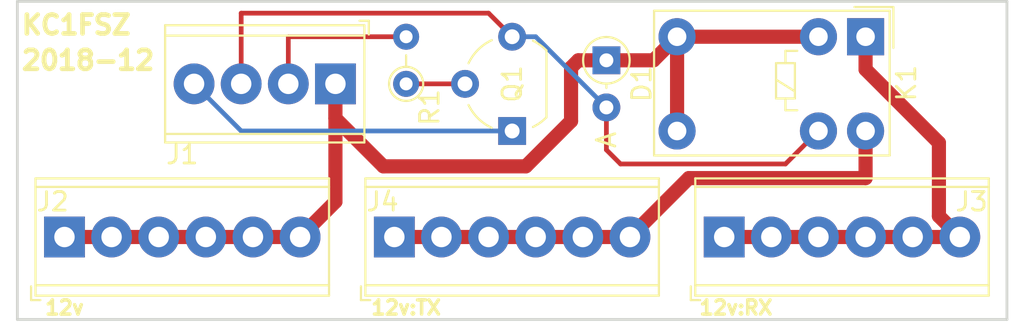
<source format=kicad_pcb>
(kicad_pcb (version 20171130) (host pcbnew "(5.0.1-3-g963ef8bb5)")

  (general
    (thickness 1.6)
    (drawings 9)
    (tracks 49)
    (zones 0)
    (modules 10)
    (nets 8)
  )

  (page A4)
  (layers
    (0 F.Cu signal)
    (31 B.Cu signal)
    (32 B.Adhes user)
    (33 F.Adhes user)
    (34 B.Paste user)
    (35 F.Paste user)
    (36 B.SilkS user)
    (37 F.SilkS user)
    (38 B.Mask user)
    (39 F.Mask user)
    (40 Dwgs.User user)
    (41 Cmts.User user)
    (42 Eco1.User user)
    (43 Eco2.User user)
    (44 Edge.Cuts user)
    (45 Margin user)
    (46 B.CrtYd user)
    (47 F.CrtYd user)
    (48 B.Fab user)
    (49 F.Fab user)
  )

  (setup
    (last_trace_width 0.254)
    (trace_clearance 0.254)
    (zone_clearance 0.508)
    (zone_45_only no)
    (trace_min 0.2)
    (segment_width 0.2)
    (edge_width 0.15)
    (via_size 0.6858)
    (via_drill 0.3302)
    (via_min_size 0.4)
    (via_min_drill 0.3)
    (uvia_size 0.3)
    (uvia_drill 0.1)
    (uvias_allowed no)
    (uvia_min_size 0.2)
    (uvia_min_drill 0.1)
    (pcb_text_width 0.3)
    (pcb_text_size 1.5 1.5)
    (mod_edge_width 0.15)
    (mod_text_size 1 1)
    (mod_text_width 0.15)
    (pad_size 2.2 2.2)
    (pad_drill 1.1)
    (pad_to_mask_clearance 0.2)
    (solder_mask_min_width 0.25)
    (aux_axis_origin 0 0)
    (visible_elements FFFFFF7F)
    (pcbplotparams
      (layerselection 0x00030_80000001)
      (usegerberextensions false)
      (usegerberattributes false)
      (usegerberadvancedattributes false)
      (creategerberjobfile false)
      (excludeedgelayer true)
      (linewidth 0.100000)
      (plotframeref false)
      (viasonmask false)
      (mode 1)
      (useauxorigin false)
      (hpglpennumber 1)
      (hpglpenspeed 20)
      (hpglpendiameter 15.000000)
      (psnegative false)
      (psa4output false)
      (plotreference true)
      (plotvalue true)
      (plotinvisibletext false)
      (padsonsilk false)
      (subtractmaskfromsilk false)
      (outputformat 1)
      (mirror false)
      (drillshape 1)
      (scaleselection 1)
      (outputdirectory ""))
  )

  (net 0 "")
  (net 1 V12)
  (net 2 GND)
  (net 3 "Net-(Q1-Pad2)")
  (net 4 /V12_RX)
  (net 5 /V12_TX)
  (net 6 PTT_A)
  (net 7 PTT_D)

  (net_class Default "This is the default net class."
    (clearance 0.254)
    (trace_width 0.254)
    (via_dia 0.6858)
    (via_drill 0.3302)
    (uvia_dia 0.3)
    (uvia_drill 0.1)
    (add_net GND)
    (add_net "Net-(Q1-Pad2)")
    (add_net PTT_A)
    (add_net PTT_D)
  )

  (net_class Wide ""
    (clearance 0.254)
    (trace_width 0.762)
    (via_dia 1.016)
    (via_drill 0.508)
    (uvia_dia 0.3)
    (uvia_drill 0.1)
    (add_net /V12_RX)
    (add_net /V12_TX)
    (add_net V12)
  )

  (module Diode_THT:D_DO-34_SOD68_P2.54mm_Vertical_AnodeUp (layer F.Cu) (tedit 5AE50CD5) (tstamp 5C3C5892)
    (at 172.72 107.95 270)
    (descr "Diode, DO-34_SOD68 series, Axial, Vertical, pin pitch=2.54mm, , length*diameter=3.04*1.6mm^2, , https://www.nxp.com/docs/en/data-sheet/KTY83_SER.pdf")
    (tags "Diode DO-34_SOD68 series Axial Vertical pin pitch 2.54mm  length 3.04mm diameter 1.6mm")
    (path /5C22D4E3)
    (fp_text reference D1 (at 1.27 -1.905 270) (layer F.SilkS)
      (effects (font (size 1 1) (thickness 0.15)))
    )
    (fp_text value D (at 1.27 3.14466 270) (layer F.Fab)
      (effects (font (size 1 1) (thickness 0.15)))
    )
    (fp_circle (center 0 0) (end 0.8 0) (layer F.Fab) (width 0.1))
    (fp_circle (center 0 0) (end 1.25566 0) (layer F.SilkS) (width 0.12))
    (fp_line (start 0 0) (end 2.54 0) (layer F.Fab) (width 0.1))
    (fp_line (start 1.25566 0) (end 1.49 0) (layer F.SilkS) (width 0.12))
    (fp_line (start -1.05 -1.05) (end -1.05 1.05) (layer F.CrtYd) (width 0.05))
    (fp_line (start -1.05 1.05) (end 3.54 1.05) (layer F.CrtYd) (width 0.05))
    (fp_line (start 3.54 1.05) (end 3.54 -1.05) (layer F.CrtYd) (width 0.05))
    (fp_line (start 3.54 -1.05) (end -1.05 -1.05) (layer F.CrtYd) (width 0.05))
    (fp_text user %R (at 1.27 -2.25566 270) (layer F.Fab)
      (effects (font (size 1 1) (thickness 0.15)))
    )
    (fp_text user A (at 4.29 0 270) (layer F.Fab)
      (effects (font (size 1 1) (thickness 0.15)))
    )
    (fp_text user A (at 4.29 0 270) (layer F.SilkS)
      (effects (font (size 1 1) (thickness 0.15)))
    )
    (pad 1 thru_hole rect (at 0 0 270) (size 1.5 1.5) (drill 0.75) (layers *.Cu *.Mask)
      (net 1 V12))
    (pad 2 thru_hole oval (at 2.54 0 270) (size 1.5 1.5) (drill 0.75) (layers *.Cu *.Mask)
      (net 6 PTT_A))
    (model ${KISYS3DMOD}/Diode_THT.3dshapes/D_DO-34_SOD68_P2.54mm_Vertical_AnodeUp.wrl
      (at (xyz 0 0 0))
      (scale (xyz 1 1 1))
      (rotate (xyz 0 0 0))
    )
  )

  (module TerminalBlock_Phoenix:TerminalBlock_Phoenix_MPT-0,5-6-2.54_1x06_P2.54mm_Horizontal (layer F.Cu) (tedit 5C239D10) (tstamp 5C3C58CE)
    (at 143.51 117.475)
    (descr "Terminal Block Phoenix MPT-0,5-6-2.54, 6 pins, pitch 2.54mm, size 15.7x6.2mm^2, drill diamater 1.1mm, pad diameter 2.2mm, see http://www.mouser.com/ds/2/324/ItemDetail_1725672-916605.pdf, script-generated using https://github.com/pointhi/kicad-footprint-generator/scripts/TerminalBlock_Phoenix")
    (tags "THT Terminal Block Phoenix MPT-0,5-6-2.54 pitch 2.54mm size 15.7x6.2mm^2 drill 1.1mm pad 2.2mm")
    (path /5C2471DA)
    (fp_text reference J2 (at -0.635 -1.905) (layer F.SilkS)
      (effects (font (size 1 1) (thickness 0.15)))
    )
    (fp_text value V12 (at 6.35 4.16) (layer F.Fab) hide
      (effects (font (size 1 1) (thickness 0.15)))
    )
    (fp_circle (center 0 0) (end 1.1 0) (layer F.Fab) (width 0.1))
    (fp_circle (center 2.54 0) (end 3.64 0) (layer F.Fab) (width 0.1))
    (fp_circle (center 5.08 0) (end 6.18 0) (layer F.Fab) (width 0.1))
    (fp_circle (center 7.62 0) (end 8.72 0) (layer F.Fab) (width 0.1))
    (fp_circle (center 10.16 0) (end 11.26 0) (layer F.Fab) (width 0.1))
    (fp_circle (center 12.7 0) (end 13.8 0) (layer F.Fab) (width 0.1))
    (fp_line (start -1.5 -3.1) (end 14.2 -3.1) (layer F.Fab) (width 0.1))
    (fp_line (start 14.2 -3.1) (end 14.2 3.1) (layer F.Fab) (width 0.1))
    (fp_line (start 14.2 3.1) (end -1 3.1) (layer F.Fab) (width 0.1))
    (fp_line (start -1 3.1) (end -1.5 2.6) (layer F.Fab) (width 0.1))
    (fp_line (start -1.5 2.6) (end -1.5 -3.1) (layer F.Fab) (width 0.1))
    (fp_line (start -1.5 2.6) (end 14.2 2.6) (layer F.Fab) (width 0.1))
    (fp_line (start -1.56 2.6) (end 14.26 2.6) (layer F.SilkS) (width 0.12))
    (fp_line (start -1.5 -2.7) (end 14.2 -2.7) (layer F.Fab) (width 0.1))
    (fp_line (start -1.56 -2.7) (end 14.26 -2.7) (layer F.SilkS) (width 0.12))
    (fp_line (start -1.56 -3.16) (end 14.26 -3.16) (layer F.SilkS) (width 0.12))
    (fp_line (start -1.56 3.16) (end 14.26 3.16) (layer F.SilkS) (width 0.12))
    (fp_line (start -1.56 -3.16) (end -1.56 3.16) (layer F.SilkS) (width 0.12))
    (fp_line (start 14.26 -3.16) (end 14.26 3.16) (layer F.SilkS) (width 0.12))
    (fp_line (start 0.835 -0.7) (end -0.701 0.835) (layer F.Fab) (width 0.1))
    (fp_line (start 0.701 -0.835) (end -0.835 0.7) (layer F.Fab) (width 0.1))
    (fp_line (start 3.375 -0.7) (end 1.84 0.835) (layer F.Fab) (width 0.1))
    (fp_line (start 3.241 -0.835) (end 1.706 0.7) (layer F.Fab) (width 0.1))
    (fp_line (start 5.915 -0.7) (end 4.38 0.835) (layer F.Fab) (width 0.1))
    (fp_line (start 5.781 -0.835) (end 4.246 0.7) (layer F.Fab) (width 0.1))
    (fp_line (start 8.455 -0.7) (end 6.92 0.835) (layer F.Fab) (width 0.1))
    (fp_line (start 8.321 -0.835) (end 6.786 0.7) (layer F.Fab) (width 0.1))
    (fp_line (start 10.995 -0.7) (end 9.46 0.835) (layer F.Fab) (width 0.1))
    (fp_line (start 10.861 -0.835) (end 9.326 0.7) (layer F.Fab) (width 0.1))
    (fp_line (start 13.535 -0.7) (end 12 0.835) (layer F.Fab) (width 0.1))
    (fp_line (start 13.401 -0.835) (end 11.866 0.7) (layer F.Fab) (width 0.1))
    (fp_line (start -1.8 2.66) (end -1.8 3.4) (layer F.SilkS) (width 0.12))
    (fp_line (start -1.8 3.4) (end -1.3 3.4) (layer F.SilkS) (width 0.12))
    (fp_line (start -2 -3.6) (end -2 3.6) (layer F.CrtYd) (width 0.05))
    (fp_line (start -2 3.6) (end 14.7 3.6) (layer F.CrtYd) (width 0.05))
    (fp_line (start 14.7 3.6) (end 14.7 -3.6) (layer F.CrtYd) (width 0.05))
    (fp_line (start 14.7 -3.6) (end -2 -3.6) (layer F.CrtYd) (width 0.05))
    (fp_text user %R (at 6.35 2) (layer F.Fab) hide
      (effects (font (size 1 1) (thickness 0.15)))
    )
    (pad 1 thru_hole rect (at 0 0) (size 2.2 2.2) (drill 1.1) (layers *.Cu *.Mask)
      (net 1 V12))
    (pad 2 thru_hole circle (at 2.54 0) (size 2.2 2.2) (drill 1.1) (layers *.Cu *.Mask)
      (net 1 V12))
    (pad 3 thru_hole circle (at 5.08 0) (size 2.2 2.2) (drill 1.1) (layers *.Cu *.Mask)
      (net 1 V12))
    (pad 4 thru_hole circle (at 7.62 0) (size 2.2 2.2) (drill 1.1) (layers *.Cu *.Mask)
      (net 1 V12))
    (pad 5 thru_hole circle (at 10.16 0) (size 2.2 2.2) (drill 1.1) (layers *.Cu *.Mask)
      (net 1 V12))
    (pad 6 thru_hole circle (at 12.7 0) (size 2.2 2.2) (drill 1.1) (layers *.Cu *.Mask)
      (net 1 V12))
    (model ${KISYS3DMOD}/TerminalBlock_Phoenix.3dshapes/TerminalBlock_Phoenix_MPT-0,5-6-2.54_1x06_P2.54mm_Horizontal.wrl
      (at (xyz 0 0 0))
      (scale (xyz 1 1 1))
      (rotate (xyz 0 0 0))
    )
  )

  (module TerminalBlock_Phoenix:TerminalBlock_Phoenix_MPT-0,5-6-2.54_1x06_P2.54mm_Horizontal (layer F.Cu) (tedit 5C239D09) (tstamp 5C3C58FD)
    (at 179.07 117.475)
    (descr "Terminal Block Phoenix MPT-0,5-6-2.54, 6 pins, pitch 2.54mm, size 15.7x6.2mm^2, drill diamater 1.1mm, pad diameter 2.2mm, see http://www.mouser.com/ds/2/324/ItemDetail_1725672-916605.pdf, script-generated using https://github.com/pointhi/kicad-footprint-generator/scripts/TerminalBlock_Phoenix")
    (tags "THT Terminal Block Phoenix MPT-0,5-6-2.54 pitch 2.54mm size 15.7x6.2mm^2 drill 1.1mm pad 2.2mm")
    (path /5C2472BA)
    (fp_text reference J3 (at 13.335 -1.905) (layer F.SilkS)
      (effects (font (size 1 1) (thickness 0.15)))
    )
    (fp_text value V12_RX (at 6.35 4.16) (layer F.Fab) hide
      (effects (font (size 1 1) (thickness 0.15)))
    )
    (fp_text user %R (at 6.35 2) (layer F.Fab) hide
      (effects (font (size 1 1) (thickness 0.15)))
    )
    (fp_line (start 14.7 -3.6) (end -2 -3.6) (layer F.CrtYd) (width 0.05))
    (fp_line (start 14.7 3.6) (end 14.7 -3.6) (layer F.CrtYd) (width 0.05))
    (fp_line (start -2 3.6) (end 14.7 3.6) (layer F.CrtYd) (width 0.05))
    (fp_line (start -2 -3.6) (end -2 3.6) (layer F.CrtYd) (width 0.05))
    (fp_line (start -1.8 3.4) (end -1.3 3.4) (layer F.SilkS) (width 0.12))
    (fp_line (start -1.8 2.66) (end -1.8 3.4) (layer F.SilkS) (width 0.12))
    (fp_line (start 13.401 -0.835) (end 11.866 0.7) (layer F.Fab) (width 0.1))
    (fp_line (start 13.535 -0.7) (end 12 0.835) (layer F.Fab) (width 0.1))
    (fp_line (start 10.861 -0.835) (end 9.326 0.7) (layer F.Fab) (width 0.1))
    (fp_line (start 10.995 -0.7) (end 9.46 0.835) (layer F.Fab) (width 0.1))
    (fp_line (start 8.321 -0.835) (end 6.786 0.7) (layer F.Fab) (width 0.1))
    (fp_line (start 8.455 -0.7) (end 6.92 0.835) (layer F.Fab) (width 0.1))
    (fp_line (start 5.781 -0.835) (end 4.246 0.7) (layer F.Fab) (width 0.1))
    (fp_line (start 5.915 -0.7) (end 4.38 0.835) (layer F.Fab) (width 0.1))
    (fp_line (start 3.241 -0.835) (end 1.706 0.7) (layer F.Fab) (width 0.1))
    (fp_line (start 3.375 -0.7) (end 1.84 0.835) (layer F.Fab) (width 0.1))
    (fp_line (start 0.701 -0.835) (end -0.835 0.7) (layer F.Fab) (width 0.1))
    (fp_line (start 0.835 -0.7) (end -0.701 0.835) (layer F.Fab) (width 0.1))
    (fp_line (start 14.26 -3.16) (end 14.26 3.16) (layer F.SilkS) (width 0.12))
    (fp_line (start -1.56 -3.16) (end -1.56 3.16) (layer F.SilkS) (width 0.12))
    (fp_line (start -1.56 3.16) (end 14.26 3.16) (layer F.SilkS) (width 0.12))
    (fp_line (start -1.56 -3.16) (end 14.26 -3.16) (layer F.SilkS) (width 0.12))
    (fp_line (start -1.56 -2.7) (end 14.26 -2.7) (layer F.SilkS) (width 0.12))
    (fp_line (start -1.5 -2.7) (end 14.2 -2.7) (layer F.Fab) (width 0.1))
    (fp_line (start -1.56 2.6) (end 14.26 2.6) (layer F.SilkS) (width 0.12))
    (fp_line (start -1.5 2.6) (end 14.2 2.6) (layer F.Fab) (width 0.1))
    (fp_line (start -1.5 2.6) (end -1.5 -3.1) (layer F.Fab) (width 0.1))
    (fp_line (start -1 3.1) (end -1.5 2.6) (layer F.Fab) (width 0.1))
    (fp_line (start 14.2 3.1) (end -1 3.1) (layer F.Fab) (width 0.1))
    (fp_line (start 14.2 -3.1) (end 14.2 3.1) (layer F.Fab) (width 0.1))
    (fp_line (start -1.5 -3.1) (end 14.2 -3.1) (layer F.Fab) (width 0.1))
    (fp_circle (center 12.7 0) (end 13.8 0) (layer F.Fab) (width 0.1))
    (fp_circle (center 10.16 0) (end 11.26 0) (layer F.Fab) (width 0.1))
    (fp_circle (center 7.62 0) (end 8.72 0) (layer F.Fab) (width 0.1))
    (fp_circle (center 5.08 0) (end 6.18 0) (layer F.Fab) (width 0.1))
    (fp_circle (center 2.54 0) (end 3.64 0) (layer F.Fab) (width 0.1))
    (fp_circle (center 0 0) (end 1.1 0) (layer F.Fab) (width 0.1))
    (pad 6 thru_hole circle (at 12.7 0) (size 2.2 2.2) (drill 1.1) (layers *.Cu *.Mask)
      (net 4 /V12_RX))
    (pad 5 thru_hole circle (at 10.16 0) (size 2.2 2.2) (drill 1.1) (layers *.Cu *.Mask)
      (net 4 /V12_RX))
    (pad 4 thru_hole circle (at 7.62 0) (size 2.2 2.2) (drill 1.1) (layers *.Cu *.Mask)
      (net 4 /V12_RX))
    (pad 3 thru_hole circle (at 5.08 0) (size 2.2 2.2) (drill 1.1) (layers *.Cu *.Mask)
      (net 4 /V12_RX))
    (pad 2 thru_hole circle (at 2.54 0) (size 2.2 2.2) (drill 1.1) (layers *.Cu *.Mask)
      (net 4 /V12_RX))
    (pad 1 thru_hole rect (at 0 0) (size 2.2 2.2) (drill 1.1) (layers *.Cu *.Mask)
      (net 4 /V12_RX))
    (model ${KISYS3DMOD}/TerminalBlock_Phoenix.3dshapes/TerminalBlock_Phoenix_MPT-0,5-6-2.54_1x06_P2.54mm_Horizontal.wrl
      (at (xyz 0 0 0))
      (scale (xyz 1 1 1))
      (rotate (xyz 0 0 0))
    )
  )

  (module TerminalBlock_Phoenix:TerminalBlock_Phoenix_MPT-0,5-6-2.54_1x06_P2.54mm_Horizontal (layer F.Cu) (tedit 5C239D0D) (tstamp 5C3C592C)
    (at 161.29 117.475)
    (descr "Terminal Block Phoenix MPT-0,5-6-2.54, 6 pins, pitch 2.54mm, size 15.7x6.2mm^2, drill diamater 1.1mm, pad diameter 2.2mm, see http://www.mouser.com/ds/2/324/ItemDetail_1725672-916605.pdf, script-generated using https://github.com/pointhi/kicad-footprint-generator/scripts/TerminalBlock_Phoenix")
    (tags "THT Terminal Block Phoenix MPT-0,5-6-2.54 pitch 2.54mm size 15.7x6.2mm^2 drill 1.1mm pad 2.2mm")
    (path /5C2473C7)
    (fp_text reference J4 (at -0.635 -1.905) (layer F.SilkS)
      (effects (font (size 1 1) (thickness 0.15)))
    )
    (fp_text value V12_TX (at 6.35 4.16) (layer F.Fab) hide
      (effects (font (size 1 1) (thickness 0.15)))
    )
    (fp_circle (center 0 0) (end 1.1 0) (layer F.Fab) (width 0.1))
    (fp_circle (center 2.54 0) (end 3.64 0) (layer F.Fab) (width 0.1))
    (fp_circle (center 5.08 0) (end 6.18 0) (layer F.Fab) (width 0.1))
    (fp_circle (center 7.62 0) (end 8.72 0) (layer F.Fab) (width 0.1))
    (fp_circle (center 10.16 0) (end 11.26 0) (layer F.Fab) (width 0.1))
    (fp_circle (center 12.7 0) (end 13.8 0) (layer F.Fab) (width 0.1))
    (fp_line (start -1.5 -3.1) (end 14.2 -3.1) (layer F.Fab) (width 0.1))
    (fp_line (start 14.2 -3.1) (end 14.2 3.1) (layer F.Fab) (width 0.1))
    (fp_line (start 14.2 3.1) (end -1 3.1) (layer F.Fab) (width 0.1))
    (fp_line (start -1 3.1) (end -1.5 2.6) (layer F.Fab) (width 0.1))
    (fp_line (start -1.5 2.6) (end -1.5 -3.1) (layer F.Fab) (width 0.1))
    (fp_line (start -1.5 2.6) (end 14.2 2.6) (layer F.Fab) (width 0.1))
    (fp_line (start -1.56 2.6) (end 14.26 2.6) (layer F.SilkS) (width 0.12))
    (fp_line (start -1.5 -2.7) (end 14.2 -2.7) (layer F.Fab) (width 0.1))
    (fp_line (start -1.56 -2.7) (end 14.26 -2.7) (layer F.SilkS) (width 0.12))
    (fp_line (start -1.56 -3.16) (end 14.26 -3.16) (layer F.SilkS) (width 0.12))
    (fp_line (start -1.56 3.16) (end 14.26 3.16) (layer F.SilkS) (width 0.12))
    (fp_line (start -1.56 -3.16) (end -1.56 3.16) (layer F.SilkS) (width 0.12))
    (fp_line (start 14.26 -3.16) (end 14.26 3.16) (layer F.SilkS) (width 0.12))
    (fp_line (start 0.835 -0.7) (end -0.701 0.835) (layer F.Fab) (width 0.1))
    (fp_line (start 0.701 -0.835) (end -0.835 0.7) (layer F.Fab) (width 0.1))
    (fp_line (start 3.375 -0.7) (end 1.84 0.835) (layer F.Fab) (width 0.1))
    (fp_line (start 3.241 -0.835) (end 1.706 0.7) (layer F.Fab) (width 0.1))
    (fp_line (start 5.915 -0.7) (end 4.38 0.835) (layer F.Fab) (width 0.1))
    (fp_line (start 5.781 -0.835) (end 4.246 0.7) (layer F.Fab) (width 0.1))
    (fp_line (start 8.455 -0.7) (end 6.92 0.835) (layer F.Fab) (width 0.1))
    (fp_line (start 8.321 -0.835) (end 6.786 0.7) (layer F.Fab) (width 0.1))
    (fp_line (start 10.995 -0.7) (end 9.46 0.835) (layer F.Fab) (width 0.1))
    (fp_line (start 10.861 -0.835) (end 9.326 0.7) (layer F.Fab) (width 0.1))
    (fp_line (start 13.535 -0.7) (end 12 0.835) (layer F.Fab) (width 0.1))
    (fp_line (start 13.401 -0.835) (end 11.866 0.7) (layer F.Fab) (width 0.1))
    (fp_line (start -1.8 2.66) (end -1.8 3.4) (layer F.SilkS) (width 0.12))
    (fp_line (start -1.8 3.4) (end -1.3 3.4) (layer F.SilkS) (width 0.12))
    (fp_line (start -2 -3.6) (end -2 3.6) (layer F.CrtYd) (width 0.05))
    (fp_line (start -2 3.6) (end 14.7 3.6) (layer F.CrtYd) (width 0.05))
    (fp_line (start 14.7 3.6) (end 14.7 -3.6) (layer F.CrtYd) (width 0.05))
    (fp_line (start 14.7 -3.6) (end -2 -3.6) (layer F.CrtYd) (width 0.05))
    (fp_text user %R (at 6.35 2) (layer F.Fab) hide
      (effects (font (size 1 1) (thickness 0.15)))
    )
    (pad 1 thru_hole rect (at 0 0) (size 2.2 2.2) (drill 1.1) (layers *.Cu *.Mask)
      (net 5 /V12_TX))
    (pad 2 thru_hole circle (at 2.54 0) (size 2.2 2.2) (drill 1.1) (layers *.Cu *.Mask)
      (net 5 /V12_TX))
    (pad 3 thru_hole circle (at 5.08 0) (size 2.2 2.2) (drill 1.1) (layers *.Cu *.Mask)
      (net 5 /V12_TX))
    (pad 4 thru_hole circle (at 7.62 0) (size 2.2 2.2) (drill 1.1) (layers *.Cu *.Mask)
      (net 5 /V12_TX))
    (pad 5 thru_hole circle (at 10.16 0) (size 2.2 2.2) (drill 1.1) (layers *.Cu *.Mask)
      (net 5 /V12_TX))
    (pad 6 thru_hole circle (at 12.7 0) (size 2.2 2.2) (drill 1.1) (layers *.Cu *.Mask)
      (net 5 /V12_TX))
    (model ${KISYS3DMOD}/TerminalBlock_Phoenix.3dshapes/TerminalBlock_Phoenix_MPT-0,5-6-2.54_1x06_P2.54mm_Horizontal.wrl
      (at (xyz 0 0 0))
      (scale (xyz 1 1 1))
      (rotate (xyz 0 0 0))
    )
  )

  (module Relay_THT:Relay_SPDT_Omron_G5V-1 (layer F.Cu) (tedit 5C23A2BB) (tstamp 5C3C595B)
    (at 186.69 106.68 270)
    (descr "Relay Omron G5V-1, see http://omronfs.omron.com/en_US/ecb/products/pdf/en-g5v_1.pdf")
    (tags "Relay Omron G5V-1")
    (path /5C23FE58)
    (fp_text reference K1 (at 2.5 -2.2 270) (layer F.SilkS)
      (effects (font (size 1 1) (thickness 0.15)))
    )
    (fp_text value G5V-1 (at 2.5 12.5 270) (layer F.Fab) hide
      (effects (font (size 1 1) (thickness 0.15)))
    )
    (fp_text user %R (at 2.54 6.35 270) (layer F.Fab)
      (effects (font (size 1 1) (thickness 0.15)))
    )
    (fp_line (start -1.6 -1.5) (end 0.6 -1.5) (layer F.SilkS) (width 0.12))
    (fp_line (start -1.6 0.6) (end -1.6 -1.5) (layer F.SilkS) (width 0.12))
    (fp_line (start -1.4 11.4) (end -1.4 -1.3) (layer F.SilkS) (width 0.12))
    (fp_line (start 6.4 11.4) (end -1.4 11.4) (layer F.SilkS) (width 0.12))
    (fp_line (start 6.4 -1.3) (end 6.4 11.4) (layer F.SilkS) (width 0.12))
    (fp_line (start -1.4 -1.3) (end 6.4 -1.3) (layer F.SilkS) (width 0.12))
    (fp_line (start -1.2 -0.1) (end -0.1 -1.1) (layer F.Fab) (width 0.12))
    (fp_line (start -1.2 11.2) (end -1.2 -0.1) (layer F.Fab) (width 0.12))
    (fp_line (start 6.2 11.2) (end -1.2 11.2) (layer F.Fab) (width 0.12))
    (fp_line (start 6.2 -1.1) (end 6.2 11.2) (layer F.Fab) (width 0.12))
    (fp_line (start -0.1 -1.1) (end 6.2 -1.1) (layer F.Fab) (width 0.12))
    (fp_line (start 2.946 3.81) (end 2.311 4.826) (layer F.SilkS) (width 0.12))
    (fp_line (start 0.762 3.683) (end 0.762 4.318) (layer F.SilkS) (width 0.12))
    (fp_line (start 0.762 4.318) (end 1.422 4.318) (layer F.SilkS) (width 0.12))
    (fp_line (start 3.962 3.683) (end 3.962 4.318) (layer F.SilkS) (width 0.12))
    (fp_line (start 3.962 4.318) (end 3.327 4.318) (layer F.SilkS) (width 0.12))
    (fp_line (start 3.327 3.81) (end 1.422 3.81) (layer F.SilkS) (width 0.12))
    (fp_line (start 1.422 3.81) (end 1.422 4.826) (layer F.SilkS) (width 0.12))
    (fp_line (start 1.422 4.826) (end 3.327 4.826) (layer F.SilkS) (width 0.12))
    (fp_line (start 3.327 3.81) (end 3.327 4.826) (layer F.SilkS) (width 0.12))
    (fp_line (start -1.45 -1.35) (end 6.45 -1.35) (layer F.CrtYd) (width 0.05))
    (fp_line (start -1.45 -1.35) (end -1.45 11.45) (layer F.CrtYd) (width 0.05))
    (fp_line (start 6.45 11.45) (end 6.45 -1.35) (layer F.CrtYd) (width 0.05))
    (fp_line (start 6.45 11.45) (end -1.45 11.45) (layer F.CrtYd) (width 0.05))
    (pad 10 thru_hole circle (at 5.08 0 270) (size 2 2) (drill 1) (layers *.Cu *.Mask)
      (net 5 /V12_TX))
    (pad 9 thru_hole circle (at 5.08 2.54 270) (size 2 2) (drill 1) (layers *.Cu *.Mask)
      (net 6 PTT_A))
    (pad 1 thru_hole rect (at 0 0 270) (size 2 2) (drill 1) (layers *.Cu *.Mask)
      (net 4 /V12_RX))
    (pad 2 thru_hole circle (at 0 2.54 270) (size 2 2) (drill 1) (layers *.Cu *.Mask)
      (net 1 V12))
    (pad 6 thru_hole circle (at 5.08 10.16 270) (size 2 2) (drill 1) (layers *.Cu *.Mask)
      (net 1 V12))
    (pad 5 thru_hole circle (at 0 10.16 270) (size 2 2) (drill 1) (layers *.Cu *.Mask)
      (net 1 V12))
    (model ${KISYS3DMOD}/Relay_THT.3dshapes/Relay_SPDT_Omron_G5V-1.wrl
      (at (xyz 0 0 0))
      (scale (xyz 1 1 1))
      (rotate (xyz 0 0 0))
    )
  )

  (module TerminalBlock_Phoenix:TerminalBlock_Phoenix_MPT-0,5-4-2.54_1x04_P2.54mm_Horizontal (layer F.Cu) (tedit 5C239CF4) (tstamp 5C3C6124)
    (at 158.115 109.22 180)
    (descr "Terminal Block Phoenix MPT-0,5-4-2.54, 4 pins, pitch 2.54mm, size 10.6x6.2mm^2, drill diamater 1.1mm, pad diameter 2.2mm, see http://www.mouser.com/ds/2/324/ItemDetail_1725672-916605.pdf, script-generated using https://github.com/pointhi/kicad-footprint-generator/scripts/TerminalBlock_Phoenix")
    (tags "THT Terminal Block Phoenix MPT-0,5-4-2.54 pitch 2.54mm size 10.6x6.2mm^2 drill 1.1mm pad 2.2mm")
    (path /5C2561D1)
    (fp_text reference J1 (at 8.255 -3.81 180) (layer F.SilkS)
      (effects (font (size 1 1) (thickness 0.15)))
    )
    (fp_text value Screw_Terminal_01x04 (at 3.81 4.16 180) (layer F.Fab) hide
      (effects (font (size 1 1) (thickness 0.15)))
    )
    (fp_circle (center 0 0) (end 1.1 0) (layer F.Fab) (width 0.1))
    (fp_circle (center 2.54 0) (end 3.64 0) (layer F.Fab) (width 0.1))
    (fp_circle (center 5.08 0) (end 6.18 0) (layer F.Fab) (width 0.1))
    (fp_circle (center 7.62 0) (end 8.72 0) (layer F.Fab) (width 0.1))
    (fp_line (start -1.5 -3.1) (end 9.12 -3.1) (layer F.Fab) (width 0.1))
    (fp_line (start 9.12 -3.1) (end 9.12 3.1) (layer F.Fab) (width 0.1))
    (fp_line (start 9.12 3.1) (end -1 3.1) (layer F.Fab) (width 0.1))
    (fp_line (start -1 3.1) (end -1.5 2.6) (layer F.Fab) (width 0.1))
    (fp_line (start -1.5 2.6) (end -1.5 -3.1) (layer F.Fab) (width 0.1))
    (fp_line (start -1.5 2.6) (end 9.12 2.6) (layer F.Fab) (width 0.1))
    (fp_line (start -1.56 2.6) (end 9.18 2.6) (layer F.SilkS) (width 0.12))
    (fp_line (start -1.5 -2.7) (end 9.12 -2.7) (layer F.Fab) (width 0.1))
    (fp_line (start -1.56 -2.7) (end 9.18 -2.7) (layer F.SilkS) (width 0.12))
    (fp_line (start -1.56 -3.16) (end 9.18 -3.16) (layer F.SilkS) (width 0.12))
    (fp_line (start -1.56 3.16) (end 9.18 3.16) (layer F.SilkS) (width 0.12))
    (fp_line (start -1.56 -3.16) (end -1.56 3.16) (layer F.SilkS) (width 0.12))
    (fp_line (start 9.18 -3.16) (end 9.18 3.16) (layer F.SilkS) (width 0.12))
    (fp_line (start 0.835 -0.7) (end -0.701 0.835) (layer F.Fab) (width 0.1))
    (fp_line (start 0.701 -0.835) (end -0.835 0.7) (layer F.Fab) (width 0.1))
    (fp_line (start 3.375 -0.7) (end 1.84 0.835) (layer F.Fab) (width 0.1))
    (fp_line (start 3.241 -0.835) (end 1.706 0.7) (layer F.Fab) (width 0.1))
    (fp_line (start 5.915 -0.7) (end 4.38 0.835) (layer F.Fab) (width 0.1))
    (fp_line (start 5.781 -0.835) (end 4.246 0.7) (layer F.Fab) (width 0.1))
    (fp_line (start 8.455 -0.7) (end 6.92 0.835) (layer F.Fab) (width 0.1))
    (fp_line (start 8.321 -0.835) (end 6.786 0.7) (layer F.Fab) (width 0.1))
    (fp_line (start -1.8 2.66) (end -1.8 3.4) (layer F.SilkS) (width 0.12))
    (fp_line (start -1.8 3.4) (end -1.3 3.4) (layer F.SilkS) (width 0.12))
    (fp_line (start -2 -3.6) (end -2 3.6) (layer F.CrtYd) (width 0.05))
    (fp_line (start -2 3.6) (end 9.63 3.6) (layer F.CrtYd) (width 0.05))
    (fp_line (start 9.63 3.6) (end 9.63 -3.6) (layer F.CrtYd) (width 0.05))
    (fp_line (start 9.63 -3.6) (end -2 -3.6) (layer F.CrtYd) (width 0.05))
    (fp_text user %R (at 3.81 2 180) (layer F.Fab)
      (effects (font (size 1 1) (thickness 0.15)))
    )
    (pad 1 thru_hole rect (at 0 0 180) (size 2.2 2.2) (drill 1.1) (layers *.Cu *.Mask)
      (net 1 V12))
    (pad 2 thru_hole circle (at 2.54 0 180) (size 2.2 2.2) (drill 1.1) (layers *.Cu *.Mask)
      (net 7 PTT_D))
    (pad 3 thru_hole circle (at 5.08 0 180) (size 2.2 2.2) (drill 1.1) (layers *.Cu *.Mask)
      (net 6 PTT_A))
    (pad 4 thru_hole circle (at 7.62 0 180) (size 2.2 2.2) (drill 1.1) (layers *.Cu *.Mask)
      (net 2 GND))
    (model ${KISYS3DMOD}/TerminalBlock_Phoenix.3dshapes/TerminalBlock_Phoenix_MPT-0,5-4-2.54_1x04_P2.54mm_Horizontal.wrl
      (at (xyz 0 0 0))
      (scale (xyz 1 1 1))
      (rotate (xyz 0 0 0))
    )
  )

  (module MountingHole:MountingHole_3.2mm_M3 (layer F.Cu) (tedit 5C239CEF) (tstamp 5C489865)
    (at 191.77 109.22)
    (descr "Mounting Hole 3.2mm, no annular, M3")
    (tags "mounting hole 3.2mm no annular m3")
    (attr virtual)
    (fp_text reference REF** (at 0 -4.2) (layer F.SilkS) hide
      (effects (font (size 1 1) (thickness 0.15)))
    )
    (fp_text value MountingHole_3.2mm_M3 (at 0 4.2) (layer F.Fab) hide
      (effects (font (size 1 1) (thickness 0.15)))
    )
    (fp_circle (center 0 0) (end 3.45 0) (layer F.CrtYd) (width 0.05))
    (fp_circle (center 0 0) (end 3.2 0) (layer Cmts.User) (width 0.15))
    (fp_text user %R (at 0.3 0) (layer F.Fab)
      (effects (font (size 1 1) (thickness 0.15)))
    )
    (pad 1 np_thru_hole circle (at 0 0) (size 3.2 3.2) (drill 3.2) (layers *.Cu *.Mask))
  )

  (module MountingHole:MountingHole_3.2mm_M3 (layer F.Cu) (tedit 5C239CBE) (tstamp 5C489890)
    (at 143.51 111.125)
    (descr "Mounting Hole 3.2mm, no annular, M3")
    (tags "mounting hole 3.2mm no annular m3")
    (attr virtual)
    (fp_text reference REF** (at 0 -4.2) (layer F.SilkS) hide
      (effects (font (size 1 1) (thickness 0.15)))
    )
    (fp_text value MountingHole_3.2mm_M3 (at 0 4.2) (layer F.Fab) hide
      (effects (font (size 1 1) (thickness 0.15)))
    )
    (fp_circle (center 0 0) (end 3.45 0) (layer F.CrtYd) (width 0.05))
    (fp_circle (center 0 0) (end 3.2 0) (layer Cmts.User) (width 0.15))
    (fp_text user %R (at 0.3 0) (layer F.Fab)
      (effects (font (size 1 1) (thickness 0.15)))
    )
    (pad 1 np_thru_hole circle (at 0 0) (size 3.2 3.2) (drill 3.2) (layers *.Cu *.Mask))
  )

  (module Package_TO_SOT_THT:TO-92_Wide (layer F.Cu) (tedit 5C23A064) (tstamp 5C489F89)
    (at 167.64 111.76 90)
    (descr "TO-92 leads molded, wide, drill 0.75mm (see NXP sot054_po.pdf)")
    (tags "to-92 sc-43 sc-43a sot54 PA33 transistor")
    (path /5C22D560)
    (fp_text reference Q1 (at 2.54 0 90) (layer F.SilkS)
      (effects (font (size 1 1) (thickness 0.15)))
    )
    (fp_text value Q_NPN_EBC (at 2.54 2.79 90) (layer F.Fab) hide
      (effects (font (size 1 1) (thickness 0.15)))
    )
    (fp_text user %R (at 2.54 0 90) (layer F.Fab)
      (effects (font (size 1 1) (thickness 0.15)))
    )
    (fp_line (start 0.74 1.85) (end 4.34 1.85) (layer F.SilkS) (width 0.12))
    (fp_line (start 0.8 1.75) (end 4.3 1.75) (layer F.Fab) (width 0.1))
    (fp_line (start -1.01 -3.55) (end 6.09 -3.55) (layer F.CrtYd) (width 0.05))
    (fp_line (start -1.01 -3.55) (end -1.01 2.01) (layer F.CrtYd) (width 0.05))
    (fp_line (start 6.09 2.01) (end 6.09 -3.55) (layer F.CrtYd) (width 0.05))
    (fp_line (start 6.09 2.01) (end -1.01 2.01) (layer F.CrtYd) (width 0.05))
    (fp_arc (start 2.54 0) (end 0.74 1.85) (angle 20) (layer F.SilkS) (width 0.12))
    (fp_arc (start 2.54 0) (end 1.4 -2.35) (angle -39.12170074) (layer F.SilkS) (width 0.12))
    (fp_arc (start 2.54 0) (end 3.65 -2.35) (angle 39.71668247) (layer F.SilkS) (width 0.12))
    (fp_arc (start 2.54 0) (end 2.54 -2.48) (angle 135) (layer F.Fab) (width 0.1))
    (fp_arc (start 2.54 0) (end 2.54 -2.48) (angle -135) (layer F.Fab) (width 0.1))
    (fp_arc (start 2.54 0) (end 4.34 1.85) (angle -20) (layer F.SilkS) (width 0.12))
    (pad 2 thru_hole circle (at 2.54 -2.54 180) (size 1.5 1.5) (drill 0.8) (layers *.Cu *.Mask)
      (net 3 "Net-(Q1-Pad2)"))
    (pad 3 thru_hole circle (at 5.08 0 180) (size 1.5 1.5) (drill 0.8) (layers *.Cu *.Mask)
      (net 6 PTT_A))
    (pad 1 thru_hole rect (at 0 0 180) (size 1.5 1.5) (drill 0.8) (layers *.Cu *.Mask)
      (net 2 GND))
    (model ${KISYS3DMOD}/Package_TO_SOT_THT.3dshapes/TO-92_Wide.wrl
      (at (xyz 0 0 0))
      (scale (xyz 1 1 1))
      (rotate (xyz 0 0 0))
    )
  )

  (module Resistor_THT:R_Axial_DIN0204_L3.6mm_D1.6mm_P2.54mm_Vertical (layer F.Cu) (tedit 5AE5139B) (tstamp 5C489F9C)
    (at 161.925 109.22 90)
    (descr "Resistor, Axial_DIN0204 series, Axial, Vertical, pin pitch=2.54mm, 0.167W, length*diameter=3.6*1.6mm^2, http://cdn-reichelt.de/documents/datenblatt/B400/1_4W%23YAG.pdf")
    (tags "Resistor Axial_DIN0204 series Axial Vertical pin pitch 2.54mm 0.167W length 3.6mm diameter 1.6mm")
    (path /5C22D5B9)
    (fp_text reference R1 (at -1.27 1.27 90) (layer F.SilkS)
      (effects (font (size 1 1) (thickness 0.15)))
    )
    (fp_text value 1K (at 1.27 1.92 90) (layer F.Fab)
      (effects (font (size 1 1) (thickness 0.15)))
    )
    (fp_circle (center 0 0) (end 0.8 0) (layer F.Fab) (width 0.1))
    (fp_circle (center 0 0) (end 0.92 0) (layer F.SilkS) (width 0.12))
    (fp_line (start 0 0) (end 2.54 0) (layer F.Fab) (width 0.1))
    (fp_line (start 0.92 0) (end 1.54 0) (layer F.SilkS) (width 0.12))
    (fp_line (start -1.05 -1.05) (end -1.05 1.05) (layer F.CrtYd) (width 0.05))
    (fp_line (start -1.05 1.05) (end 3.49 1.05) (layer F.CrtYd) (width 0.05))
    (fp_line (start 3.49 1.05) (end 3.49 -1.05) (layer F.CrtYd) (width 0.05))
    (fp_line (start 3.49 -1.05) (end -1.05 -1.05) (layer F.CrtYd) (width 0.05))
    (fp_text user %R (at 1.27 -1.92 90) (layer F.Fab)
      (effects (font (size 1 1) (thickness 0.15)))
    )
    (pad 1 thru_hole circle (at 0 0 90) (size 1.4 1.4) (drill 0.7) (layers *.Cu *.Mask)
      (net 3 "Net-(Q1-Pad2)"))
    (pad 2 thru_hole oval (at 2.54 0 90) (size 1.4 1.4) (drill 0.7) (layers *.Cu *.Mask)
      (net 7 PTT_D))
    (model ${KISYS3DMOD}/Resistor_THT.3dshapes/R_Axial_DIN0204_L3.6mm_D1.6mm_P2.54mm_Vertical.wrl
      (at (xyz 0 0 0))
      (scale (xyz 1 1 1))
      (rotate (xyz 0 0 0))
    )
  )

  (gr_text 2018-12 (at 144.78 107.95) (layer F.SilkS)
    (effects (font (size 1.016 1.016) (thickness 0.254)))
  )
  (gr_text 12v:RX (at 179.705 121.285) (layer F.SilkS)
    (effects (font (size 0.762 0.762) (thickness 0.1905)))
  )
  (gr_text 12v:TX (at 161.925 121.285) (layer F.SilkS)
    (effects (font (size 0.762 0.762) (thickness 0.1905)))
  )
  (gr_text 12v (at 143.51 121.285) (layer F.SilkS)
    (effects (font (size 0.762 0.762) (thickness 0.1905)))
  )
  (gr_text KC1FSZ (at 144.145 106.045) (layer F.SilkS) (tstamp 5C489898)
    (effects (font (size 1.016 1.016) (thickness 0.254)))
  )
  (gr_line (start 140.97 104.775) (end 140.97 121.92) (layer Edge.Cuts) (width 0.15))
  (gr_line (start 194.31 104.775) (end 140.97 104.775) (layer Edge.Cuts) (width 0.15))
  (gr_line (start 194.31 121.92) (end 194.31 104.775) (layer Edge.Cuts) (width 0.15))
  (gr_line (start 140.97 121.92) (end 194.31 121.92) (angle 90) (layer Edge.Cuts) (width 0.15))

  (segment (start 143.51 117.475) (end 146.05 117.475) (width 0.762) (layer F.Cu) (net 1) (tstamp 5C22E2F3) (status 30))
  (segment (start 146.05 117.475) (end 148.59 117.475) (width 0.762) (layer F.Cu) (net 1) (tstamp 5C22E2F7) (status 30))
  (segment (start 148.59 117.475) (end 151.13 117.475) (width 0.762) (layer F.Cu) (net 1) (tstamp 5C22E2F9) (status 30))
  (segment (start 151.13 117.475) (end 153.67 117.475) (width 0.762) (layer F.Cu) (net 1) (tstamp 5C22E2FB) (status 30))
  (segment (start 153.67 117.475) (end 156.21 117.475) (width 0.762) (layer F.Cu) (net 1) (tstamp 5C22E2FC) (status 30))
  (segment (start 158.115 115.57) (end 158.115 109.22) (width 0.762) (layer F.Cu) (net 1) (status 20))
  (segment (start 156.21 117.475) (end 158.115 115.57) (width 0.762) (layer F.Cu) (net 1) (status 10))
  (segment (start 175.26 107.95) (end 176.53 106.68) (width 0.762) (layer F.Cu) (net 1) (status 20))
  (segment (start 172.72 107.95) (end 175.26 107.95) (width 0.762) (layer F.Cu) (net 1) (status 10))
  (segment (start 176.53 106.68) (end 184.15 106.68) (width 0.762) (layer F.Cu) (net 1) (status 30))
  (segment (start 176.53 111.76) (end 176.53 106.68) (width 0.762) (layer F.Cu) (net 1) (status 30))
  (segment (start 158.115 111.082) (end 160.698 113.665) (width 0.762) (layer F.Cu) (net 1))
  (segment (start 158.115 109.22) (end 158.115 111.082) (width 0.762) (layer F.Cu) (net 1) (status 10))
  (segment (start 160.698 113.665) (end 168.378002 113.665) (width 0.762) (layer F.Cu) (net 1))
  (segment (start 168.378002 113.665) (end 170.815 111.228002) (width 0.762) (layer F.Cu) (net 1))
  (segment (start 171.208 107.95) (end 172.72 107.95) (width 0.762) (layer F.Cu) (net 1) (status 20))
  (segment (start 170.815 108.343) (end 171.208 107.95) (width 0.762) (layer F.Cu) (net 1))
  (segment (start 170.815 111.228002) (end 170.815 108.343) (width 0.762) (layer F.Cu) (net 1))
  (segment (start 153.035 111.76) (end 150.495 109.22) (width 0.254) (layer B.Cu) (net 2) (status 20))
  (segment (start 167.64 111.76) (end 153.035 111.76) (width 0.254) (layer B.Cu) (net 2) (status 10))
  (segment (start 161.925 109.22) (end 165.1 109.22) (width 0.254) (layer F.Cu) (net 3) (status 30))
  (segment (start 186.69 108.442) (end 190.643 112.395) (width 0.762) (layer F.Cu) (net 4))
  (segment (start 186.69 106.68) (end 186.69 108.442) (width 0.762) (layer F.Cu) (net 4) (status 10))
  (segment (start 190.643 116.348) (end 191.77 117.475) (width 0.762) (layer F.Cu) (net 4) (status 20))
  (segment (start 190.643 112.395) (end 190.643 116.348) (width 0.762) (layer F.Cu) (net 4))
  (segment (start 191.77 117.475) (end 189.23 117.475) (width 0.762) (layer F.Cu) (net 4) (status 30))
  (segment (start 189.23 117.475) (end 186.69 117.475) (width 0.762) (layer F.Cu) (net 4) (status 30))
  (segment (start 186.69 117.475) (end 184.15 117.475) (width 0.762) (layer F.Cu) (net 4) (status 30))
  (segment (start 184.15 117.475) (end 181.61 117.475) (width 0.762) (layer F.Cu) (net 4) (status 30))
  (segment (start 181.61 117.475) (end 179.07 117.475) (width 0.762) (layer F.Cu) (net 4) (status 30))
  (segment (start 186.69 111.76) (end 186.69 114.3) (width 0.762) (layer F.Cu) (net 5) (status 10))
  (segment (start 177.165 114.3) (end 173.99 117.475) (width 0.762) (layer F.Cu) (net 5) (status 20))
  (segment (start 186.69 114.3) (end 177.165 114.3) (width 0.762) (layer F.Cu) (net 5))
  (segment (start 173.99 117.475) (end 171.45 117.475) (width 0.762) (layer F.Cu) (net 5) (status 30))
  (segment (start 171.45 117.475) (end 168.91 117.475) (width 0.762) (layer F.Cu) (net 5) (status 30))
  (segment (start 168.91 117.475) (end 166.37 117.475) (width 0.762) (layer F.Cu) (net 5) (status 30))
  (segment (start 166.37 117.475) (end 163.83 117.475) (width 0.762) (layer F.Cu) (net 5) (status 30))
  (segment (start 163.83 117.475) (end 161.29 117.475) (width 0.762) (layer F.Cu) (net 5) (status 30))
  (segment (start 184.15 111.76) (end 182.37201 113.53799) (width 0.254) (layer F.Cu) (net 6) (status 10))
  (segment (start 182.37201 113.53799) (end 173.48201 113.53799) (width 0.254) (layer F.Cu) (net 6))
  (segment (start 172.72 112.77598) (end 172.72 110.49) (width 0.254) (layer F.Cu) (net 6) (status 20))
  (segment (start 173.48201 113.53799) (end 172.72 112.77598) (width 0.254) (layer F.Cu) (net 6))
  (segment (start 153.035 109.22) (end 153.035 105.41) (width 0.254) (layer F.Cu) (net 6) (status 10))
  (segment (start 166.37 105.41) (end 167.64 106.68) (width 0.254) (layer F.Cu) (net 6) (status 20))
  (segment (start 153.035 105.41) (end 166.37 105.41) (width 0.254) (layer F.Cu) (net 6))
  (segment (start 168.91 106.68) (end 167.64 106.68) (width 0.254) (layer B.Cu) (net 6) (status 20))
  (segment (start 172.72 110.49) (end 168.91 106.68) (width 0.254) (layer B.Cu) (net 6) (status 10))
  (segment (start 155.575 109.22) (end 155.575 106.68) (width 0.254) (layer F.Cu) (net 7) (status 10))
  (segment (start 155.575 106.68) (end 161.925 106.68) (width 0.254) (layer F.Cu) (net 7) (status 20))

)

</source>
